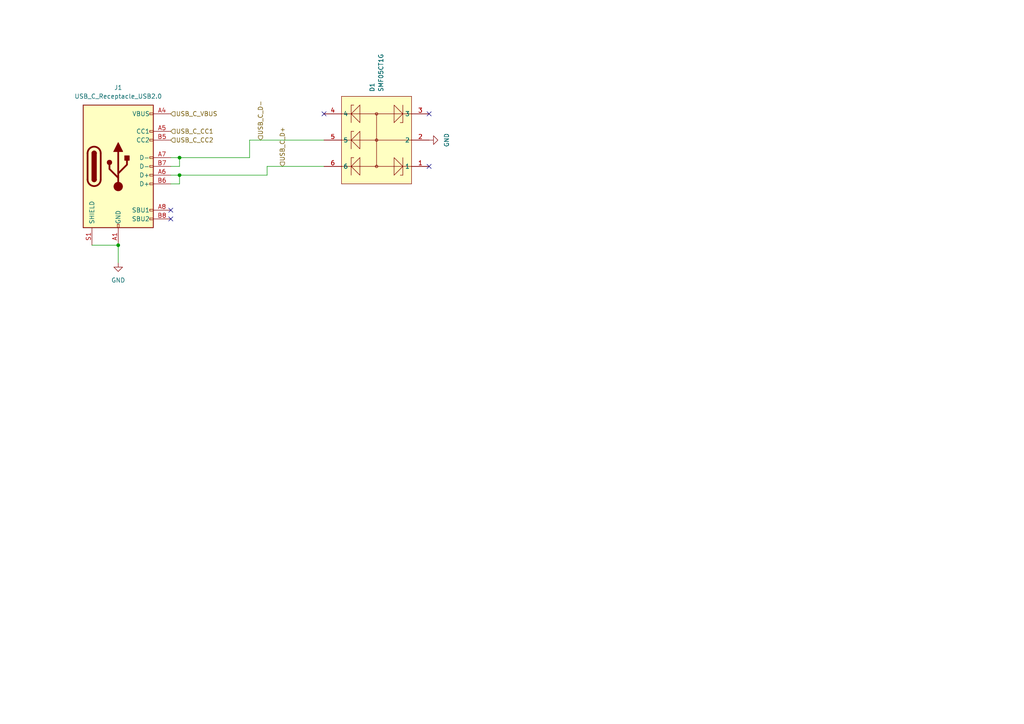
<source format=kicad_sch>
(kicad_sch (version 20230121) (generator eeschema)
  (paper "A4")
  (title_block (title "Frankenstein Controller") (company "wirkbetrieb.net / Tom Eichhorn"))
  (lib_symbols
    (symbol "Connector:USB_C_Receptacle_USB2.0" (pin_names (offset 1.016))
      (property "Reference" "J" (at -10.16 19.05 0))
      (property "Value" "USB_C_Receptacle_USB2.0" (at 19.05 19.05 0))
      (symbol "USB_C_Receptacle_USB2.0_0_0"
        (rectangle (start -0.254 -17.78) (end 0.254 -16.764))
        (rectangle (start 10.16 -14.986) (end 9.144 -15.494))
        (rectangle (start 10.16 -12.446) (end 9.144 -12.954))
        (rectangle (start 10.16 -4.826) (end 9.144 -5.334))
        (rectangle (start 10.16 -2.286) (end 9.144 -2.794))
        (rectangle (start 10.16 0.254) (end 9.144 -0.254))
        (rectangle (start 10.16 2.794) (end 9.144 2.286))
        (rectangle (start 10.16 7.874) (end 9.144 7.366))
        (rectangle (start 10.16 10.414) (end 9.144 9.906))
        (rectangle (start 10.16 15.494) (end 9.144 14.986))
      )
      (symbol "USB_C_Receptacle_USB2.0_0_1"
        (rectangle (start -10.16 17.78) (end 10.16 -17.78) (stroke (width 0.254)) (fill (type background)))
        (arc (start -8.89 -3.81) (mid -6.985 -5.7067) (end -5.08 -3.81) (stroke (width 0.508)))
        (arc (start -7.62 -3.81) (mid -6.985 -4.4423) (end -6.35 -3.81) (stroke (width 0.254)))
        (arc (start -7.62 -3.81) (mid -6.985 -4.4423) (end -6.35 -3.81) (stroke (width 0.254)) (fill (type outline)))
        (rectangle (start -7.62 -3.81) (end -6.35 3.81) (stroke (width 0.254)) (fill (type outline)))
        (arc (start -6.35 3.81) (mid -6.985 4.4423) (end -7.62 3.81) (stroke (width 0.254)))
        (arc (start -6.35 3.81) (mid -6.985 4.4423) (end -7.62 3.81) (stroke (width 0.254)) (fill (type outline)))
        (arc (start -5.08 3.81) (mid -6.985 5.7067) (end -8.89 3.81) (stroke (width 0.508)))
        (circle (center -2.54 1.143) (radius 0.635) (stroke (width 0.254)) (fill (type outline)))
        (circle (center 0 -5.842) (radius 1.27) (fill (type outline)))
        (polyline (pts (xy -8.89 -3.81) (xy -8.89 3.81)) (stroke (width 0.508)))
        (polyline (pts (xy -5.08 3.81) (xy -5.08 -3.81)) (stroke (width 0.508)))
        (polyline (pts (xy 0 -5.842) (xy 0 4.318)) (stroke (width 0.508)))
        (polyline (pts (xy 0 -3.302) (xy -2.54 -0.762) (xy -2.54 0.508)) (stroke (width 0.508)))
        (polyline (pts (xy 0 -2.032) (xy 2.54 0.508) (xy 2.54 1.778)) (stroke (width 0.508)))
        (polyline (pts (xy -1.27 4.318) (xy 0 6.858) (xy 1.27 4.318) (xy -1.27 4.318)) (stroke (width 0.254)) (fill (type outline)))
        (rectangle (start 1.905 1.778) (end 3.175 3.048) (stroke (width 0.254)) (fill (type outline)))
      )
      (symbol "USB_C_Receptacle_USB2.0_1_1"
        (pin passive line (at 0 -22.86 90) (length 5.08) (name "GND") (number "A1"))
        (pin passive line (at 0 -22.86 90) (length 5.08) hide (name "GND") (number "A12"))
        (pin passive line (at 15.24 15.24 180) (length 5.08) (name "VBUS") (number "A4"))
        (pin bidirectional line (at 15.24 10.16 180) (length 5.08) (name "CC1") (number "A5"))
        (pin bidirectional line (at 15.24 -2.54 180) (length 5.08) (name "D+") (number "A6"))
        (pin bidirectional line (at 15.24 2.54 180) (length 5.08) (name "D-") (number "A7"))
        (pin bidirectional line (at 15.24 -12.7 180) (length 5.08) (name "SBU1") (number "A8"))
        (pin passive line (at 15.24 15.24 180) (length 5.08) hide (name "VBUS") (number "A9"))
        (pin passive line (at 0 -22.86 90) (length 5.08) hide (name "GND") (number "B1"))
        (pin passive line (at 0 -22.86 90) (length 5.08) hide (name "GND") (number "B12"))
        (pin passive line (at 15.24 15.24 180) (length 5.08) hide (name "VBUS") (number "B4"))
        (pin bidirectional line (at 15.24 7.62 180) (length 5.08) (name "CC2") (number "B5"))
        (pin bidirectional line (at 15.24 -5.08 180) (length 5.08) (name "D+") (number "B6"))
        (pin bidirectional line (at 15.24 0 180) (length 5.08) (name "D-") (number "B7"))
        (pin bidirectional line (at 15.24 -15.24 180) (length 5.08) (name "SBU2") (number "B8"))
        (pin passive line (at 15.24 15.24 180) (length 5.08) hide (name "VBUS") (number "B9"))
        (pin passive line (at -7.62 -22.86 90) (length 5.08) (name "SHIELD") (number "S1"))
      )
    )
    (symbol "easyeda2kicad:SMF05CT1G"
      (property "Reference" "D" (at 0 12.7 0))
      (property "Value" "SMF05CT1G" (at 0 -12.7 0))
      (symbol "SMF05CT1G_0_1"
        (rectangle (start -10.16 12.7) (end 10.16 -12.7) (fill (type background)))
        (circle (center 0 -7.62) (radius 0.38))
        (polyline (pts (xy -10.16 -7.62) (xy 10.16 -7.62)))
        (polyline (pts (xy -10.16 0) (xy 0 0)))
        (polyline (pts (xy -10.16 7.62) (xy 10.16 7.62)))
        (polyline (pts (xy -7.62 -10.16) (xy -7.62 -5.08)))
        (polyline (pts (xy -7.62 -5.08) (xy -6.86 -5.08)))
        (polyline (pts (xy -7.62 5.08) (xy -7.62 10.16)))
        (polyline (pts (xy -7.62 10.16) (xy -6.86 10.16)))
        (polyline (pts (xy 0 -7.62) (xy 0 7.62)))
        (polyline (pts (xy 0 0) (xy 10.16 0)))
        (polyline (pts (xy 7.37 -10.16) (xy 6.6 -10.16)))
        (polyline (pts (xy 7.37 -5.08) (xy 7.37 -10.16)))
        (polyline (pts (xy 7.37 -2.54) (xy 6.6 -2.54)))
        (polyline (pts (xy 7.37 2.54) (xy 7.37 -2.54)))
        (polyline (pts (xy 7.37 5.08) (xy 6.6 5.08)))
        (polyline (pts (xy 7.37 10.16) (xy 7.37 5.08)))
        (polyline (pts (xy -5.08 -5.08) (xy -7.62 -7.62) (xy -5.08 -10.16) (xy -5.08 -5.08)) (fill (type background)))
        (polyline (pts (xy -5.08 10.16) (xy -7.62 7.62) (xy -5.08 5.08) (xy -5.08 10.16)) (fill (type background)))
        (polyline (pts (xy 4.83 -10.16) (xy 7.37 -7.62) (xy 4.83 -5.08) (xy 4.83 -10.16)) (fill (type background)))
        (polyline (pts (xy 4.83 -2.54) (xy 7.37 0) (xy 4.83 2.54) (xy 4.83 -2.54)) (fill (type background)))
        (polyline (pts (xy 4.83 5.08) (xy 7.37 7.62) (xy 4.83 10.16) (xy 4.83 5.08)) (fill (type background)))
        (circle (center 0 0) (radius 0.38))
        (circle (center 0 7.62) (radius 0.38))
        (arc (start 0.25 -7.62) (mid 0.25 -7.62) (end 0.25 -7.62))
        (arc (start 0.25 0) (mid 0.25 0) (end 0.25 0))
        (arc (start 0.25 7.62) (mid 0.25 7.62) (end 0.25 7.62))
        (pin input line (at -15.24 7.62 0) (length 5.08) (name "1") (number "1"))
        (pin power_in line (at -15.24 0 0) (length 5.08) (name "2") (number "2"))
        (pin input line (at -15.24 -7.62 0) (length 5.08) (name "3") (number "3"))
        (pin input line (at 15.24 -7.62 180) (length 5.08) (name "4") (number "4"))
        (pin input line (at 15.24 0 180) (length 5.08) (name "5") (number "5"))
        (pin power_in line (at 15.24 7.62 180) (length 5.08) (name "6") (number "6"))
      )
    )
    (symbol "power:GND" (power) (pin_names (offset 0))
      (property "Value" "GND" (at 0 -3.81 0))
      (symbol "GND_0_1"
        (polyline (pts (xy 0 0) (xy 0 -1.27) (xy 1.27 -1.27) (xy 0 -2.54) (xy -1.27 -1.27) (xy 0 -1.27)))
      )
      (symbol "GND_1_1"
        (pin power_in line (at 0 0 270) (length 0) hide (name "GND") (number "1"))
      )
    )
  )
  (junction (at 52.07 45.72))
  (junction (at 52.07 50.8))
  (junction (at 34.29 71.12))
  (no_connect (at 124.46 33.02))
  (no_connect (at 124.46 48.26))
  (no_connect (at 49.53 60.96))
  (no_connect (at 49.53 63.5))
  (no_connect (at 93.98 33.02))
  (wire (pts (xy 52.07 48.26) (xy 52.07 45.72)))
  (wire (pts (xy 34.29 71.12) (xy 34.29 76.2)))
  (wire (pts (xy 77.47 50.8) (xy 77.47 48.26)))
  (wire (pts (xy 72.39 40.64) (xy 93.98 40.64)))
  (wire (pts (xy 49.53 50.8) (xy 52.07 50.8)))
  (wire (pts (xy 52.07 50.8) (xy 77.47 50.8)))
  (wire (pts (xy 49.53 48.26) (xy 52.07 48.26)))
  (wire (pts (xy 26.67 71.12) (xy 34.29 71.12)))
  (wire (pts (xy 52.07 45.72) (xy 72.39 45.72)))
  (wire (pts (xy 52.07 53.34) (xy 52.07 50.8)))
  (wire (pts (xy 49.53 53.34) (xy 52.07 53.34)))
  (wire (pts (xy 72.39 40.64) (xy 72.39 45.72)))
  (wire (pts (xy 77.47 48.26) (xy 93.98 48.26)))
  (wire (pts (xy 49.53 45.72) (xy 52.07 45.72)))
  (hierarchical_label "USB_C_VBUS" (shape input) (at 49.53 33.02 0))
  (hierarchical_label "USB_C_D-" (shape input) (at 75.565 40.64 90))
  (hierarchical_label "USB_C_CC1" (shape input) (at 49.53 38.1 0))
  (hierarchical_label "USB_C_D+" (shape input) (at 81.915 48.26 90))
  (hierarchical_label "USB_C_CC2" (shape input) (at 49.53 40.64 0))
  (symbol (lib_id "Connector:USB_C_Receptacle_USB2.0") (at 34.29 48.26 0) (unit 1)
    (property "Reference" "J1" (at 34.29 25.4 0))
    (property "Value" "USB_C_Receptacle_USB2.0" (at 34.29 27.94 0))
    (property "Footprint" "Connector_USB:USB_C_Receptacle_Palconn_UTC16-G" (effects hide))
    (property "Datasheet" "https://www.usb.org/sites/default/files/documents/usb_type-c.zip" (effects hide))
    (property "LCSC" "C167321" (effects hide))
    (instances (project "frankenstein_enlarger_controller" (path "" (reference "J1") (unit 1))) (project "tomclock" (path "" (reference "J2") (unit 1))))
  )
  (symbol (lib_id "power:GND") (at 34.29 76.2 0) (unit 1)
    (property "Reference" "#PWR023" (effects hide))
    (property "Value" "GND" (at 34.29 81.28 0))
    (instances (project "frankenstein_enlarger_controller" (path "" (reference "#PWR023") (unit 1))) (project "tomclock" (path "" (reference "#PWR0103") (unit 1))))
  )
  (symbol (lib_id "easyeda2kicad:SMF05CT1G") (at 109.22 40.64 180) (unit 1)
    (property "Reference" "D1" (at 107.95 26.67 90) (effects (justify right)))
    (property "Value" "SMF05CT1G" (at 110.49 26.67 90) (effects (justify right)))
    (property "Footprint" "easyeda2kicad:SOT-363_L2.0-W1.3-P0.65-LS2.1-BR" (effects hide))
    (property "Datasheet" "https://lcsc.com/product-detail/TVS_ON_SMF05CT1G_SMF05CT1G_C15879.html" (effects hide))
    (property "Manufacturer" "onsemi(安森美)" (effects hide))
    (property "LCSC Part" "C15879" (effects hide))
    (property "JLC Part" "Basic Part" (effects hide))
  )
  (symbol (lib_id "power:GND") (at 124.46 40.64 90) (unit 1)
    (property "Reference" "#PWR022" (effects hide))
    (property "Value" "GND" (at 129.54 40.64 0))
    (instances (project "frankenstein_enlarger_controller" (path "" (reference "#PWR022") (unit 1))) (project "tomclock" (path "" (reference "#PWR010") (unit 1))))
  )
)
</source>
